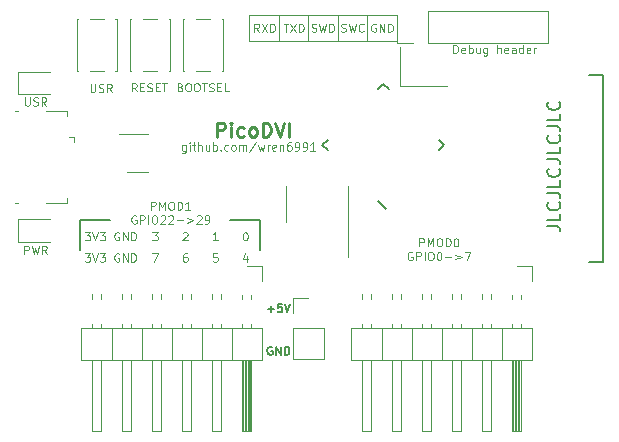
<source format=gbr>
G04 #@! TF.GenerationSoftware,KiCad,Pcbnew,5.1.5+dfsg1-2build2*
G04 #@! TF.CreationDate,2020-11-18T17:14:58+00:00*
G04 #@! TF.ProjectId,picodvi,7069636f-6476-4692-9e6b-696361645f70,rev?*
G04 #@! TF.SameCoordinates,Original*
G04 #@! TF.FileFunction,Legend,Top*
G04 #@! TF.FilePolarity,Positive*
%FSLAX46Y46*%
G04 Gerber Fmt 4.6, Leading zero omitted, Abs format (unit mm)*
G04 Created by KiCad (PCBNEW 5.1.5+dfsg1-2build2) date 2020-11-18 17:14:58*
%MOMM*%
%LPD*%
G04 APERTURE LIST*
%ADD10C,0.120000*%
%ADD11C,0.100000*%
%ADD12C,0.150000*%
%ADD13C,0.250000*%
%ADD14C,0.200000*%
G04 APERTURE END LIST*
D10*
X237183333Y-88716666D02*
X237183333Y-88016666D01*
X237350000Y-88016666D01*
X237450000Y-88050000D01*
X237516666Y-88116666D01*
X237550000Y-88183333D01*
X237583333Y-88316666D01*
X237583333Y-88416666D01*
X237550000Y-88550000D01*
X237516666Y-88616666D01*
X237450000Y-88683333D01*
X237350000Y-88716666D01*
X237183333Y-88716666D01*
X238150000Y-88683333D02*
X238083333Y-88716666D01*
X237950000Y-88716666D01*
X237883333Y-88683333D01*
X237850000Y-88616666D01*
X237850000Y-88350000D01*
X237883333Y-88283333D01*
X237950000Y-88250000D01*
X238083333Y-88250000D01*
X238150000Y-88283333D01*
X238183333Y-88350000D01*
X238183333Y-88416666D01*
X237850000Y-88483333D01*
X238483333Y-88716666D02*
X238483333Y-88016666D01*
X238483333Y-88283333D02*
X238550000Y-88250000D01*
X238683333Y-88250000D01*
X238750000Y-88283333D01*
X238783333Y-88316666D01*
X238816666Y-88383333D01*
X238816666Y-88583333D01*
X238783333Y-88650000D01*
X238750000Y-88683333D01*
X238683333Y-88716666D01*
X238550000Y-88716666D01*
X238483333Y-88683333D01*
X239416666Y-88250000D02*
X239416666Y-88716666D01*
X239116666Y-88250000D02*
X239116666Y-88616666D01*
X239150000Y-88683333D01*
X239216666Y-88716666D01*
X239316666Y-88716666D01*
X239383333Y-88683333D01*
X239416666Y-88650000D01*
X240050000Y-88250000D02*
X240050000Y-88816666D01*
X240016666Y-88883333D01*
X239983333Y-88916666D01*
X239916666Y-88950000D01*
X239816666Y-88950000D01*
X239750000Y-88916666D01*
X240050000Y-88683333D02*
X239983333Y-88716666D01*
X239850000Y-88716666D01*
X239783333Y-88683333D01*
X239750000Y-88650000D01*
X239716666Y-88583333D01*
X239716666Y-88383333D01*
X239750000Y-88316666D01*
X239783333Y-88283333D01*
X239850000Y-88250000D01*
X239983333Y-88250000D01*
X240050000Y-88283333D01*
X240916666Y-88716666D02*
X240916666Y-88016666D01*
X241216666Y-88716666D02*
X241216666Y-88350000D01*
X241183333Y-88283333D01*
X241116666Y-88250000D01*
X241016666Y-88250000D01*
X240950000Y-88283333D01*
X240916666Y-88316666D01*
X241816666Y-88683333D02*
X241750000Y-88716666D01*
X241616666Y-88716666D01*
X241550000Y-88683333D01*
X241516666Y-88616666D01*
X241516666Y-88350000D01*
X241550000Y-88283333D01*
X241616666Y-88250000D01*
X241750000Y-88250000D01*
X241816666Y-88283333D01*
X241850000Y-88350000D01*
X241850000Y-88416666D01*
X241516666Y-88483333D01*
X242450000Y-88716666D02*
X242450000Y-88350000D01*
X242416666Y-88283333D01*
X242350000Y-88250000D01*
X242216666Y-88250000D01*
X242150000Y-88283333D01*
X242450000Y-88683333D02*
X242383333Y-88716666D01*
X242216666Y-88716666D01*
X242150000Y-88683333D01*
X242116666Y-88616666D01*
X242116666Y-88550000D01*
X242150000Y-88483333D01*
X242216666Y-88450000D01*
X242383333Y-88450000D01*
X242450000Y-88416666D01*
X243083333Y-88716666D02*
X243083333Y-88016666D01*
X243083333Y-88683333D02*
X243016666Y-88716666D01*
X242883333Y-88716666D01*
X242816666Y-88683333D01*
X242783333Y-88650000D01*
X242750000Y-88583333D01*
X242750000Y-88383333D01*
X242783333Y-88316666D01*
X242816666Y-88283333D01*
X242883333Y-88250000D01*
X243016666Y-88250000D01*
X243083333Y-88283333D01*
X243683333Y-88683333D02*
X243616666Y-88716666D01*
X243483333Y-88716666D01*
X243416666Y-88683333D01*
X243383333Y-88616666D01*
X243383333Y-88350000D01*
X243416666Y-88283333D01*
X243483333Y-88250000D01*
X243616666Y-88250000D01*
X243683333Y-88283333D01*
X243716666Y-88350000D01*
X243716666Y-88416666D01*
X243383333Y-88483333D01*
X244016666Y-88716666D02*
X244016666Y-88250000D01*
X244016666Y-88383333D02*
X244050000Y-88316666D01*
X244083333Y-88283333D01*
X244150000Y-88250000D01*
X244216666Y-88250000D01*
X219900000Y-85450000D02*
X232400000Y-85450000D01*
X219900000Y-87700000D02*
X219900000Y-85450000D01*
X220733333Y-86916666D02*
X220500000Y-86583333D01*
X220333333Y-86916666D02*
X220333333Y-86216666D01*
X220600000Y-86216666D01*
X220666666Y-86250000D01*
X220700000Y-86283333D01*
X220733333Y-86350000D01*
X220733333Y-86450000D01*
X220700000Y-86516666D01*
X220666666Y-86550000D01*
X220600000Y-86583333D01*
X220333333Y-86583333D01*
X220966666Y-86216666D02*
X221433333Y-86916666D01*
X221433333Y-86216666D02*
X220966666Y-86916666D01*
X221700000Y-86916666D02*
X221700000Y-86216666D01*
X221866666Y-86216666D01*
X221966666Y-86250000D01*
X222033333Y-86316666D01*
X222066666Y-86383333D01*
X222100000Y-86516666D01*
X222100000Y-86616666D01*
X222066666Y-86750000D01*
X222033333Y-86816666D01*
X221966666Y-86883333D01*
X221866666Y-86916666D01*
X221700000Y-86916666D01*
X222400000Y-85450000D02*
X222400000Y-87700000D01*
X232400000Y-87700000D02*
X219900000Y-87700000D01*
X224900000Y-85450000D02*
X224900000Y-87700000D01*
X222816666Y-86216666D02*
X223216666Y-86216666D01*
X223016666Y-86916666D02*
X223016666Y-86216666D01*
X223383333Y-86216666D02*
X223850000Y-86916666D01*
X223850000Y-86216666D02*
X223383333Y-86916666D01*
X224116666Y-86916666D02*
X224116666Y-86216666D01*
X224283333Y-86216666D01*
X224383333Y-86250000D01*
X224450000Y-86316666D01*
X224483333Y-86383333D01*
X224516666Y-86516666D01*
X224516666Y-86616666D01*
X224483333Y-86750000D01*
X224450000Y-86816666D01*
X224383333Y-86883333D01*
X224283333Y-86916666D01*
X224116666Y-86916666D01*
X227400000Y-85450000D02*
X227400000Y-87700000D01*
X225200000Y-86883333D02*
X225300000Y-86916666D01*
X225466666Y-86916666D01*
X225533333Y-86883333D01*
X225566666Y-86850000D01*
X225600000Y-86783333D01*
X225600000Y-86716666D01*
X225566666Y-86650000D01*
X225533333Y-86616666D01*
X225466666Y-86583333D01*
X225333333Y-86550000D01*
X225266666Y-86516666D01*
X225233333Y-86483333D01*
X225200000Y-86416666D01*
X225200000Y-86350000D01*
X225233333Y-86283333D01*
X225266666Y-86250000D01*
X225333333Y-86216666D01*
X225500000Y-86216666D01*
X225600000Y-86250000D01*
X225833333Y-86216666D02*
X226000000Y-86916666D01*
X226133333Y-86416666D01*
X226266666Y-86916666D01*
X226433333Y-86216666D01*
X226700000Y-86916666D02*
X226700000Y-86216666D01*
X226866666Y-86216666D01*
X226966666Y-86250000D01*
X227033333Y-86316666D01*
X227066666Y-86383333D01*
X227100000Y-86516666D01*
X227100000Y-86616666D01*
X227066666Y-86750000D01*
X227033333Y-86816666D01*
X226966666Y-86883333D01*
X226866666Y-86916666D01*
X226700000Y-86916666D01*
X229900000Y-85450000D02*
X229900000Y-87700000D01*
X227700000Y-86883333D02*
X227800000Y-86916666D01*
X227966666Y-86916666D01*
X228033333Y-86883333D01*
X228066666Y-86850000D01*
X228100000Y-86783333D01*
X228100000Y-86716666D01*
X228066666Y-86650000D01*
X228033333Y-86616666D01*
X227966666Y-86583333D01*
X227833333Y-86550000D01*
X227766666Y-86516666D01*
X227733333Y-86483333D01*
X227700000Y-86416666D01*
X227700000Y-86350000D01*
X227733333Y-86283333D01*
X227766666Y-86250000D01*
X227833333Y-86216666D01*
X228000000Y-86216666D01*
X228100000Y-86250000D01*
X228333333Y-86216666D02*
X228500000Y-86916666D01*
X228633333Y-86416666D01*
X228766666Y-86916666D01*
X228933333Y-86216666D01*
X229600000Y-86850000D02*
X229566666Y-86883333D01*
X229466666Y-86916666D01*
X229400000Y-86916666D01*
X229300000Y-86883333D01*
X229233333Y-86816666D01*
X229200000Y-86750000D01*
X229166666Y-86616666D01*
X229166666Y-86516666D01*
X229200000Y-86383333D01*
X229233333Y-86316666D01*
X229300000Y-86250000D01*
X229400000Y-86216666D01*
X229466666Y-86216666D01*
X229566666Y-86250000D01*
X229600000Y-86283333D01*
X232400000Y-85450000D02*
X232400000Y-87700000D01*
X230616666Y-86250000D02*
X230550000Y-86216666D01*
X230450000Y-86216666D01*
X230350000Y-86250000D01*
X230283333Y-86316666D01*
X230250000Y-86383333D01*
X230216666Y-86516666D01*
X230216666Y-86616666D01*
X230250000Y-86750000D01*
X230283333Y-86816666D01*
X230350000Y-86883333D01*
X230450000Y-86916666D01*
X230516666Y-86916666D01*
X230616666Y-86883333D01*
X230650000Y-86850000D01*
X230650000Y-86616666D01*
X230516666Y-86616666D01*
X230950000Y-86916666D02*
X230950000Y-86216666D01*
X231350000Y-86916666D01*
X231350000Y-86216666D01*
X231683333Y-86916666D02*
X231683333Y-86216666D01*
X231850000Y-86216666D01*
X231950000Y-86250000D01*
X232016666Y-86316666D01*
X232050000Y-86383333D01*
X232083333Y-86516666D01*
X232083333Y-86616666D01*
X232050000Y-86750000D01*
X232016666Y-86816666D01*
X231950000Y-86883333D01*
X231850000Y-86916666D01*
X231683333Y-86916666D01*
D11*
X200919666Y-92453666D02*
X200919666Y-93020333D01*
X200953000Y-93087000D01*
X200986333Y-93120333D01*
X201053000Y-93153666D01*
X201186333Y-93153666D01*
X201253000Y-93120333D01*
X201286333Y-93087000D01*
X201319666Y-93020333D01*
X201319666Y-92453666D01*
X201619666Y-93120333D02*
X201719666Y-93153666D01*
X201886333Y-93153666D01*
X201953000Y-93120333D01*
X201986333Y-93087000D01*
X202019666Y-93020333D01*
X202019666Y-92953666D01*
X201986333Y-92887000D01*
X201953000Y-92853666D01*
X201886333Y-92820333D01*
X201753000Y-92787000D01*
X201686333Y-92753666D01*
X201653000Y-92720333D01*
X201619666Y-92653666D01*
X201619666Y-92587000D01*
X201653000Y-92520333D01*
X201686333Y-92487000D01*
X201753000Y-92453666D01*
X201919666Y-92453666D01*
X202019666Y-92487000D01*
X202719666Y-93153666D02*
X202486333Y-92820333D01*
X202319666Y-93153666D02*
X202319666Y-92453666D01*
X202586333Y-92453666D01*
X202653000Y-92487000D01*
X202686333Y-92520333D01*
X202719666Y-92587000D01*
X202719666Y-92687000D01*
X202686333Y-92753666D01*
X202653000Y-92787000D01*
X202586333Y-92820333D01*
X202319666Y-92820333D01*
X200869666Y-105726666D02*
X200869666Y-105026666D01*
X201136333Y-105026666D01*
X201203000Y-105060000D01*
X201236333Y-105093333D01*
X201269666Y-105160000D01*
X201269666Y-105260000D01*
X201236333Y-105326666D01*
X201203000Y-105360000D01*
X201136333Y-105393333D01*
X200869666Y-105393333D01*
X201503000Y-105026666D02*
X201669666Y-105726666D01*
X201803000Y-105226666D01*
X201936333Y-105726666D01*
X202103000Y-105026666D01*
X202769666Y-105726666D02*
X202536333Y-105393333D01*
X202369666Y-105726666D02*
X202369666Y-105026666D01*
X202636333Y-105026666D01*
X202703000Y-105060000D01*
X202736333Y-105093333D01*
X202769666Y-105160000D01*
X202769666Y-105260000D01*
X202736333Y-105326666D01*
X202703000Y-105360000D01*
X202636333Y-105393333D01*
X202369666Y-105393333D01*
X214066666Y-91600000D02*
X214166666Y-91633333D01*
X214200000Y-91666666D01*
X214233333Y-91733333D01*
X214233333Y-91833333D01*
X214200000Y-91900000D01*
X214166666Y-91933333D01*
X214100000Y-91966666D01*
X213833333Y-91966666D01*
X213833333Y-91266666D01*
X214066666Y-91266666D01*
X214133333Y-91300000D01*
X214166666Y-91333333D01*
X214200000Y-91400000D01*
X214200000Y-91466666D01*
X214166666Y-91533333D01*
X214133333Y-91566666D01*
X214066666Y-91600000D01*
X213833333Y-91600000D01*
X214666666Y-91266666D02*
X214800000Y-91266666D01*
X214866666Y-91300000D01*
X214933333Y-91366666D01*
X214966666Y-91500000D01*
X214966666Y-91733333D01*
X214933333Y-91866666D01*
X214866666Y-91933333D01*
X214800000Y-91966666D01*
X214666666Y-91966666D01*
X214600000Y-91933333D01*
X214533333Y-91866666D01*
X214500000Y-91733333D01*
X214500000Y-91500000D01*
X214533333Y-91366666D01*
X214600000Y-91300000D01*
X214666666Y-91266666D01*
X215400000Y-91266666D02*
X215533333Y-91266666D01*
X215600000Y-91300000D01*
X215666666Y-91366666D01*
X215700000Y-91500000D01*
X215700000Y-91733333D01*
X215666666Y-91866666D01*
X215600000Y-91933333D01*
X215533333Y-91966666D01*
X215400000Y-91966666D01*
X215333333Y-91933333D01*
X215266666Y-91866666D01*
X215233333Y-91733333D01*
X215233333Y-91500000D01*
X215266666Y-91366666D01*
X215333333Y-91300000D01*
X215400000Y-91266666D01*
X215900000Y-91266666D02*
X216300000Y-91266666D01*
X216100000Y-91966666D02*
X216100000Y-91266666D01*
X216500000Y-91933333D02*
X216600000Y-91966666D01*
X216766666Y-91966666D01*
X216833333Y-91933333D01*
X216866666Y-91900000D01*
X216900000Y-91833333D01*
X216900000Y-91766666D01*
X216866666Y-91700000D01*
X216833333Y-91666666D01*
X216766666Y-91633333D01*
X216633333Y-91600000D01*
X216566666Y-91566666D01*
X216533333Y-91533333D01*
X216500000Y-91466666D01*
X216500000Y-91400000D01*
X216533333Y-91333333D01*
X216566666Y-91300000D01*
X216633333Y-91266666D01*
X216800000Y-91266666D01*
X216900000Y-91300000D01*
X217200000Y-91600000D02*
X217433333Y-91600000D01*
X217533333Y-91966666D02*
X217200000Y-91966666D01*
X217200000Y-91266666D01*
X217533333Y-91266666D01*
X218166666Y-91966666D02*
X217833333Y-91966666D01*
X217833333Y-91266666D01*
X210383333Y-91966666D02*
X210150000Y-91633333D01*
X209983333Y-91966666D02*
X209983333Y-91266666D01*
X210250000Y-91266666D01*
X210316666Y-91300000D01*
X210350000Y-91333333D01*
X210383333Y-91400000D01*
X210383333Y-91500000D01*
X210350000Y-91566666D01*
X210316666Y-91600000D01*
X210250000Y-91633333D01*
X209983333Y-91633333D01*
X210683333Y-91600000D02*
X210916666Y-91600000D01*
X211016666Y-91966666D02*
X210683333Y-91966666D01*
X210683333Y-91266666D01*
X211016666Y-91266666D01*
X211283333Y-91933333D02*
X211383333Y-91966666D01*
X211550000Y-91966666D01*
X211616666Y-91933333D01*
X211650000Y-91900000D01*
X211683333Y-91833333D01*
X211683333Y-91766666D01*
X211650000Y-91700000D01*
X211616666Y-91666666D01*
X211550000Y-91633333D01*
X211416666Y-91600000D01*
X211350000Y-91566666D01*
X211316666Y-91533333D01*
X211283333Y-91466666D01*
X211283333Y-91400000D01*
X211316666Y-91333333D01*
X211350000Y-91300000D01*
X211416666Y-91266666D01*
X211583333Y-91266666D01*
X211683333Y-91300000D01*
X211983333Y-91600000D02*
X212216666Y-91600000D01*
X212316666Y-91966666D02*
X211983333Y-91966666D01*
X211983333Y-91266666D01*
X212316666Y-91266666D01*
X212516666Y-91266666D02*
X212916666Y-91266666D01*
X212716666Y-91966666D02*
X212716666Y-91266666D01*
X206466666Y-91316666D02*
X206466666Y-91883333D01*
X206500000Y-91950000D01*
X206533333Y-91983333D01*
X206600000Y-92016666D01*
X206733333Y-92016666D01*
X206800000Y-91983333D01*
X206833333Y-91950000D01*
X206866666Y-91883333D01*
X206866666Y-91316666D01*
X207166666Y-91983333D02*
X207266666Y-92016666D01*
X207433333Y-92016666D01*
X207500000Y-91983333D01*
X207533333Y-91950000D01*
X207566666Y-91883333D01*
X207566666Y-91816666D01*
X207533333Y-91750000D01*
X207500000Y-91716666D01*
X207433333Y-91683333D01*
X207300000Y-91650000D01*
X207233333Y-91616666D01*
X207200000Y-91583333D01*
X207166666Y-91516666D01*
X207166666Y-91450000D01*
X207200000Y-91383333D01*
X207233333Y-91350000D01*
X207300000Y-91316666D01*
X207466666Y-91316666D01*
X207566666Y-91350000D01*
X208266666Y-92016666D02*
X208033333Y-91683333D01*
X207866666Y-92016666D02*
X207866666Y-91316666D01*
X208133333Y-91316666D01*
X208200000Y-91350000D01*
X208233333Y-91383333D01*
X208266666Y-91450000D01*
X208266666Y-91550000D01*
X208233333Y-91616666D01*
X208200000Y-91650000D01*
X208133333Y-91683333D01*
X207866666Y-91683333D01*
D12*
X221477000Y-110391000D02*
X222010333Y-110391000D01*
X221743666Y-110657666D02*
X221743666Y-110124333D01*
X222677000Y-109957666D02*
X222343666Y-109957666D01*
X222310333Y-110291000D01*
X222343666Y-110257666D01*
X222410333Y-110224333D01*
X222577000Y-110224333D01*
X222643666Y-110257666D01*
X222677000Y-110291000D01*
X222710333Y-110357666D01*
X222710333Y-110524333D01*
X222677000Y-110591000D01*
X222643666Y-110624333D01*
X222577000Y-110657666D01*
X222410333Y-110657666D01*
X222343666Y-110624333D01*
X222310333Y-110591000D01*
X222910333Y-109957666D02*
X223143666Y-110657666D01*
X223377000Y-109957666D01*
X221843666Y-113591000D02*
X221777000Y-113557666D01*
X221677000Y-113557666D01*
X221577000Y-113591000D01*
X221510333Y-113657666D01*
X221477000Y-113724333D01*
X221443666Y-113857666D01*
X221443666Y-113957666D01*
X221477000Y-114091000D01*
X221510333Y-114157666D01*
X221577000Y-114224333D01*
X221677000Y-114257666D01*
X221743666Y-114257666D01*
X221843666Y-114224333D01*
X221877000Y-114191000D01*
X221877000Y-113957666D01*
X221743666Y-113957666D01*
X222177000Y-114257666D02*
X222177000Y-113557666D01*
X222577000Y-114257666D01*
X222577000Y-113557666D01*
X222910333Y-114257666D02*
X222910333Y-113557666D01*
X223077000Y-113557666D01*
X223177000Y-113591000D01*
X223243666Y-113657666D01*
X223277000Y-113724333D01*
X223310333Y-113857666D01*
X223310333Y-113957666D01*
X223277000Y-114091000D01*
X223243666Y-114157666D01*
X223177000Y-114224333D01*
X223077000Y-114257666D01*
X222910333Y-114257666D01*
X245142619Y-103378952D02*
X245928333Y-103378952D01*
X246085476Y-103431333D01*
X246190238Y-103536095D01*
X246242619Y-103693238D01*
X246242619Y-103798000D01*
X246242619Y-102331333D02*
X246242619Y-102855142D01*
X245142619Y-102855142D01*
X246137857Y-101336095D02*
X246190238Y-101388476D01*
X246242619Y-101545619D01*
X246242619Y-101650380D01*
X246190238Y-101807523D01*
X246085476Y-101912285D01*
X245980714Y-101964666D01*
X245771190Y-102017047D01*
X245614047Y-102017047D01*
X245404523Y-101964666D01*
X245299761Y-101912285D01*
X245195000Y-101807523D01*
X245142619Y-101650380D01*
X245142619Y-101545619D01*
X245195000Y-101388476D01*
X245247380Y-101336095D01*
X245142619Y-100550380D02*
X245928333Y-100550380D01*
X246085476Y-100602761D01*
X246190238Y-100707523D01*
X246242619Y-100864666D01*
X246242619Y-100969428D01*
X246242619Y-99502761D02*
X246242619Y-100026571D01*
X245142619Y-100026571D01*
X246137857Y-98507523D02*
X246190238Y-98559904D01*
X246242619Y-98717047D01*
X246242619Y-98821809D01*
X246190238Y-98978952D01*
X246085476Y-99083714D01*
X245980714Y-99136095D01*
X245771190Y-99188476D01*
X245614047Y-99188476D01*
X245404523Y-99136095D01*
X245299761Y-99083714D01*
X245195000Y-98978952D01*
X245142619Y-98821809D01*
X245142619Y-98717047D01*
X245195000Y-98559904D01*
X245247380Y-98507523D01*
X245142619Y-97721809D02*
X245928333Y-97721809D01*
X246085476Y-97774190D01*
X246190238Y-97878952D01*
X246242619Y-98036095D01*
X246242619Y-98140857D01*
X246242619Y-96674190D02*
X246242619Y-97198000D01*
X245142619Y-97198000D01*
X246137857Y-95678952D02*
X246190238Y-95731333D01*
X246242619Y-95888476D01*
X246242619Y-95993238D01*
X246190238Y-96150380D01*
X246085476Y-96255142D01*
X245980714Y-96307523D01*
X245771190Y-96359904D01*
X245614047Y-96359904D01*
X245404523Y-96307523D01*
X245299761Y-96255142D01*
X245195000Y-96150380D01*
X245142619Y-95993238D01*
X245142619Y-95888476D01*
X245195000Y-95731333D01*
X245247380Y-95678952D01*
X245142619Y-94893238D02*
X245928333Y-94893238D01*
X246085476Y-94945619D01*
X246190238Y-95050380D01*
X246242619Y-95207523D01*
X246242619Y-95312285D01*
X246242619Y-93845619D02*
X246242619Y-94369428D01*
X245142619Y-94369428D01*
X246137857Y-92850380D02*
X246190238Y-92902761D01*
X246242619Y-93059904D01*
X246242619Y-93164666D01*
X246190238Y-93321809D01*
X246085476Y-93426571D01*
X245980714Y-93478952D01*
X245771190Y-93531333D01*
X245614047Y-93531333D01*
X245404523Y-93478952D01*
X245299761Y-93426571D01*
X245195000Y-93321809D01*
X245142619Y-93164666D01*
X245142619Y-93059904D01*
X245195000Y-92902761D01*
X245247380Y-92850380D01*
D10*
X214520333Y-96497000D02*
X214520333Y-97063666D01*
X214487000Y-97130333D01*
X214453666Y-97163666D01*
X214387000Y-97197000D01*
X214287000Y-97197000D01*
X214220333Y-97163666D01*
X214520333Y-96930333D02*
X214453666Y-96963666D01*
X214320333Y-96963666D01*
X214253666Y-96930333D01*
X214220333Y-96897000D01*
X214187000Y-96830333D01*
X214187000Y-96630333D01*
X214220333Y-96563666D01*
X214253666Y-96530333D01*
X214320333Y-96497000D01*
X214453666Y-96497000D01*
X214520333Y-96530333D01*
X214853666Y-96963666D02*
X214853666Y-96497000D01*
X214853666Y-96263666D02*
X214820333Y-96297000D01*
X214853666Y-96330333D01*
X214887000Y-96297000D01*
X214853666Y-96263666D01*
X214853666Y-96330333D01*
X215087000Y-96497000D02*
X215353666Y-96497000D01*
X215187000Y-96263666D02*
X215187000Y-96863666D01*
X215220333Y-96930333D01*
X215287000Y-96963666D01*
X215353666Y-96963666D01*
X215587000Y-96963666D02*
X215587000Y-96263666D01*
X215887000Y-96963666D02*
X215887000Y-96597000D01*
X215853666Y-96530333D01*
X215787000Y-96497000D01*
X215687000Y-96497000D01*
X215620333Y-96530333D01*
X215587000Y-96563666D01*
X216520333Y-96497000D02*
X216520333Y-96963666D01*
X216220333Y-96497000D02*
X216220333Y-96863666D01*
X216253666Y-96930333D01*
X216320333Y-96963666D01*
X216420333Y-96963666D01*
X216487000Y-96930333D01*
X216520333Y-96897000D01*
X216853666Y-96963666D02*
X216853666Y-96263666D01*
X216853666Y-96530333D02*
X216920333Y-96497000D01*
X217053666Y-96497000D01*
X217120333Y-96530333D01*
X217153666Y-96563666D01*
X217187000Y-96630333D01*
X217187000Y-96830333D01*
X217153666Y-96897000D01*
X217120333Y-96930333D01*
X217053666Y-96963666D01*
X216920333Y-96963666D01*
X216853666Y-96930333D01*
X217487000Y-96897000D02*
X217520333Y-96930333D01*
X217487000Y-96963666D01*
X217453666Y-96930333D01*
X217487000Y-96897000D01*
X217487000Y-96963666D01*
X218120333Y-96930333D02*
X218053666Y-96963666D01*
X217920333Y-96963666D01*
X217853666Y-96930333D01*
X217820333Y-96897000D01*
X217787000Y-96830333D01*
X217787000Y-96630333D01*
X217820333Y-96563666D01*
X217853666Y-96530333D01*
X217920333Y-96497000D01*
X218053666Y-96497000D01*
X218120333Y-96530333D01*
X218520333Y-96963666D02*
X218453666Y-96930333D01*
X218420333Y-96897000D01*
X218387000Y-96830333D01*
X218387000Y-96630333D01*
X218420333Y-96563666D01*
X218453666Y-96530333D01*
X218520333Y-96497000D01*
X218620333Y-96497000D01*
X218687000Y-96530333D01*
X218720333Y-96563666D01*
X218753666Y-96630333D01*
X218753666Y-96830333D01*
X218720333Y-96897000D01*
X218687000Y-96930333D01*
X218620333Y-96963666D01*
X218520333Y-96963666D01*
X219053666Y-96963666D02*
X219053666Y-96497000D01*
X219053666Y-96563666D02*
X219087000Y-96530333D01*
X219153666Y-96497000D01*
X219253666Y-96497000D01*
X219320333Y-96530333D01*
X219353666Y-96597000D01*
X219353666Y-96963666D01*
X219353666Y-96597000D02*
X219387000Y-96530333D01*
X219453666Y-96497000D01*
X219553666Y-96497000D01*
X219620333Y-96530333D01*
X219653666Y-96597000D01*
X219653666Y-96963666D01*
X220487000Y-96230333D02*
X219887000Y-97130333D01*
X220653666Y-96497000D02*
X220787000Y-96963666D01*
X220920333Y-96630333D01*
X221053666Y-96963666D01*
X221187000Y-96497000D01*
X221453666Y-96963666D02*
X221453666Y-96497000D01*
X221453666Y-96630333D02*
X221487000Y-96563666D01*
X221520333Y-96530333D01*
X221587000Y-96497000D01*
X221653666Y-96497000D01*
X222153666Y-96930333D02*
X222087000Y-96963666D01*
X221953666Y-96963666D01*
X221887000Y-96930333D01*
X221853666Y-96863666D01*
X221853666Y-96597000D01*
X221887000Y-96530333D01*
X221953666Y-96497000D01*
X222087000Y-96497000D01*
X222153666Y-96530333D01*
X222187000Y-96597000D01*
X222187000Y-96663666D01*
X221853666Y-96730333D01*
X222487000Y-96497000D02*
X222487000Y-96963666D01*
X222487000Y-96563666D02*
X222520333Y-96530333D01*
X222587000Y-96497000D01*
X222687000Y-96497000D01*
X222753666Y-96530333D01*
X222787000Y-96597000D01*
X222787000Y-96963666D01*
X223420333Y-96263666D02*
X223287000Y-96263666D01*
X223220333Y-96297000D01*
X223187000Y-96330333D01*
X223120333Y-96430333D01*
X223087000Y-96563666D01*
X223087000Y-96830333D01*
X223120333Y-96897000D01*
X223153666Y-96930333D01*
X223220333Y-96963666D01*
X223353666Y-96963666D01*
X223420333Y-96930333D01*
X223453666Y-96897000D01*
X223487000Y-96830333D01*
X223487000Y-96663666D01*
X223453666Y-96597000D01*
X223420333Y-96563666D01*
X223353666Y-96530333D01*
X223220333Y-96530333D01*
X223153666Y-96563666D01*
X223120333Y-96597000D01*
X223087000Y-96663666D01*
X223820333Y-96963666D02*
X223953666Y-96963666D01*
X224020333Y-96930333D01*
X224053666Y-96897000D01*
X224120333Y-96797000D01*
X224153666Y-96663666D01*
X224153666Y-96397000D01*
X224120333Y-96330333D01*
X224087000Y-96297000D01*
X224020333Y-96263666D01*
X223887000Y-96263666D01*
X223820333Y-96297000D01*
X223787000Y-96330333D01*
X223753666Y-96397000D01*
X223753666Y-96563666D01*
X223787000Y-96630333D01*
X223820333Y-96663666D01*
X223887000Y-96697000D01*
X224020333Y-96697000D01*
X224087000Y-96663666D01*
X224120333Y-96630333D01*
X224153666Y-96563666D01*
X224487000Y-96963666D02*
X224620333Y-96963666D01*
X224687000Y-96930333D01*
X224720333Y-96897000D01*
X224787000Y-96797000D01*
X224820333Y-96663666D01*
X224820333Y-96397000D01*
X224787000Y-96330333D01*
X224753666Y-96297000D01*
X224687000Y-96263666D01*
X224553666Y-96263666D01*
X224487000Y-96297000D01*
X224453666Y-96330333D01*
X224420333Y-96397000D01*
X224420333Y-96563666D01*
X224453666Y-96630333D01*
X224487000Y-96663666D01*
X224553666Y-96697000D01*
X224687000Y-96697000D01*
X224753666Y-96663666D01*
X224787000Y-96630333D01*
X224820333Y-96563666D01*
X225487000Y-96963666D02*
X225087000Y-96963666D01*
X225287000Y-96963666D02*
X225287000Y-96263666D01*
X225220333Y-96363666D01*
X225153666Y-96430333D01*
X225087000Y-96463666D01*
D13*
X217160857Y-95792857D02*
X217160857Y-94592857D01*
X217618000Y-94592857D01*
X217732285Y-94650000D01*
X217789428Y-94707142D01*
X217846571Y-94821428D01*
X217846571Y-94992857D01*
X217789428Y-95107142D01*
X217732285Y-95164285D01*
X217618000Y-95221428D01*
X217160857Y-95221428D01*
X218360857Y-95792857D02*
X218360857Y-94992857D01*
X218360857Y-94592857D02*
X218303714Y-94650000D01*
X218360857Y-94707142D01*
X218418000Y-94650000D01*
X218360857Y-94592857D01*
X218360857Y-94707142D01*
X219446571Y-95735714D02*
X219332285Y-95792857D01*
X219103714Y-95792857D01*
X218989428Y-95735714D01*
X218932285Y-95678571D01*
X218875142Y-95564285D01*
X218875142Y-95221428D01*
X218932285Y-95107142D01*
X218989428Y-95050000D01*
X219103714Y-94992857D01*
X219332285Y-94992857D01*
X219446571Y-95050000D01*
X220132285Y-95792857D02*
X220018000Y-95735714D01*
X219960857Y-95678571D01*
X219903714Y-95564285D01*
X219903714Y-95221428D01*
X219960857Y-95107142D01*
X220018000Y-95050000D01*
X220132285Y-94992857D01*
X220303714Y-94992857D01*
X220418000Y-95050000D01*
X220475142Y-95107142D01*
X220532285Y-95221428D01*
X220532285Y-95564285D01*
X220475142Y-95678571D01*
X220418000Y-95735714D01*
X220303714Y-95792857D01*
X220132285Y-95792857D01*
X221046571Y-95792857D02*
X221046571Y-94592857D01*
X221332285Y-94592857D01*
X221503714Y-94650000D01*
X221618000Y-94764285D01*
X221675142Y-94878571D01*
X221732285Y-95107142D01*
X221732285Y-95278571D01*
X221675142Y-95507142D01*
X221618000Y-95621428D01*
X221503714Y-95735714D01*
X221332285Y-95792857D01*
X221046571Y-95792857D01*
X222075142Y-94592857D02*
X222475142Y-95792857D01*
X222875142Y-94592857D01*
X223275142Y-95792857D02*
X223275142Y-94592857D01*
D10*
X234316666Y-105081666D02*
X234316666Y-104381666D01*
X234583333Y-104381666D01*
X234650000Y-104415000D01*
X234683333Y-104448333D01*
X234716666Y-104515000D01*
X234716666Y-104615000D01*
X234683333Y-104681666D01*
X234650000Y-104715000D01*
X234583333Y-104748333D01*
X234316666Y-104748333D01*
X235016666Y-105081666D02*
X235016666Y-104381666D01*
X235250000Y-104881666D01*
X235483333Y-104381666D01*
X235483333Y-105081666D01*
X235950000Y-104381666D02*
X236083333Y-104381666D01*
X236150000Y-104415000D01*
X236216666Y-104481666D01*
X236250000Y-104615000D01*
X236250000Y-104848333D01*
X236216666Y-104981666D01*
X236150000Y-105048333D01*
X236083333Y-105081666D01*
X235950000Y-105081666D01*
X235883333Y-105048333D01*
X235816666Y-104981666D01*
X235783333Y-104848333D01*
X235783333Y-104615000D01*
X235816666Y-104481666D01*
X235883333Y-104415000D01*
X235950000Y-104381666D01*
X236550000Y-105081666D02*
X236550000Y-104381666D01*
X236716666Y-104381666D01*
X236816666Y-104415000D01*
X236883333Y-104481666D01*
X236916666Y-104548333D01*
X236950000Y-104681666D01*
X236950000Y-104781666D01*
X236916666Y-104915000D01*
X236883333Y-104981666D01*
X236816666Y-105048333D01*
X236716666Y-105081666D01*
X236550000Y-105081666D01*
X237383333Y-104381666D02*
X237450000Y-104381666D01*
X237516666Y-104415000D01*
X237550000Y-104448333D01*
X237583333Y-104515000D01*
X237616666Y-104648333D01*
X237616666Y-104815000D01*
X237583333Y-104948333D01*
X237550000Y-105015000D01*
X237516666Y-105048333D01*
X237450000Y-105081666D01*
X237383333Y-105081666D01*
X237316666Y-105048333D01*
X237283333Y-105015000D01*
X237250000Y-104948333D01*
X237216666Y-104815000D01*
X237216666Y-104648333D01*
X237250000Y-104515000D01*
X237283333Y-104448333D01*
X237316666Y-104415000D01*
X237383333Y-104381666D01*
X233716666Y-105585000D02*
X233650000Y-105551666D01*
X233550000Y-105551666D01*
X233450000Y-105585000D01*
X233383333Y-105651666D01*
X233350000Y-105718333D01*
X233316666Y-105851666D01*
X233316666Y-105951666D01*
X233350000Y-106085000D01*
X233383333Y-106151666D01*
X233450000Y-106218333D01*
X233550000Y-106251666D01*
X233616666Y-106251666D01*
X233716666Y-106218333D01*
X233750000Y-106185000D01*
X233750000Y-105951666D01*
X233616666Y-105951666D01*
X234050000Y-106251666D02*
X234050000Y-105551666D01*
X234316666Y-105551666D01*
X234383333Y-105585000D01*
X234416666Y-105618333D01*
X234450000Y-105685000D01*
X234450000Y-105785000D01*
X234416666Y-105851666D01*
X234383333Y-105885000D01*
X234316666Y-105918333D01*
X234050000Y-105918333D01*
X234750000Y-106251666D02*
X234750000Y-105551666D01*
X235216666Y-105551666D02*
X235350000Y-105551666D01*
X235416666Y-105585000D01*
X235483333Y-105651666D01*
X235516666Y-105785000D01*
X235516666Y-106018333D01*
X235483333Y-106151666D01*
X235416666Y-106218333D01*
X235350000Y-106251666D01*
X235216666Y-106251666D01*
X235150000Y-106218333D01*
X235083333Y-106151666D01*
X235050000Y-106018333D01*
X235050000Y-105785000D01*
X235083333Y-105651666D01*
X235150000Y-105585000D01*
X235216666Y-105551666D01*
X235950000Y-105551666D02*
X236016666Y-105551666D01*
X236083333Y-105585000D01*
X236116666Y-105618333D01*
X236150000Y-105685000D01*
X236183333Y-105818333D01*
X236183333Y-105985000D01*
X236150000Y-106118333D01*
X236116666Y-106185000D01*
X236083333Y-106218333D01*
X236016666Y-106251666D01*
X235950000Y-106251666D01*
X235883333Y-106218333D01*
X235850000Y-106185000D01*
X235816666Y-106118333D01*
X235783333Y-105985000D01*
X235783333Y-105818333D01*
X235816666Y-105685000D01*
X235850000Y-105618333D01*
X235883333Y-105585000D01*
X235950000Y-105551666D01*
X236483333Y-105985000D02*
X237016666Y-105985000D01*
X237350000Y-105785000D02*
X237883333Y-105985000D01*
X237350000Y-106185000D01*
X238150000Y-105551666D02*
X238616666Y-105551666D01*
X238316666Y-106251666D01*
X211599666Y-101981666D02*
X211599666Y-101281666D01*
X211866333Y-101281666D01*
X211933000Y-101315000D01*
X211966333Y-101348333D01*
X211999666Y-101415000D01*
X211999666Y-101515000D01*
X211966333Y-101581666D01*
X211933000Y-101615000D01*
X211866333Y-101648333D01*
X211599666Y-101648333D01*
X212299666Y-101981666D02*
X212299666Y-101281666D01*
X212533000Y-101781666D01*
X212766333Y-101281666D01*
X212766333Y-101981666D01*
X213233000Y-101281666D02*
X213366333Y-101281666D01*
X213433000Y-101315000D01*
X213499666Y-101381666D01*
X213533000Y-101515000D01*
X213533000Y-101748333D01*
X213499666Y-101881666D01*
X213433000Y-101948333D01*
X213366333Y-101981666D01*
X213233000Y-101981666D01*
X213166333Y-101948333D01*
X213099666Y-101881666D01*
X213066333Y-101748333D01*
X213066333Y-101515000D01*
X213099666Y-101381666D01*
X213166333Y-101315000D01*
X213233000Y-101281666D01*
X213833000Y-101981666D02*
X213833000Y-101281666D01*
X213999666Y-101281666D01*
X214099666Y-101315000D01*
X214166333Y-101381666D01*
X214199666Y-101448333D01*
X214233000Y-101581666D01*
X214233000Y-101681666D01*
X214199666Y-101815000D01*
X214166333Y-101881666D01*
X214099666Y-101948333D01*
X213999666Y-101981666D01*
X213833000Y-101981666D01*
X214899666Y-101981666D02*
X214499666Y-101981666D01*
X214699666Y-101981666D02*
X214699666Y-101281666D01*
X214633000Y-101381666D01*
X214566333Y-101448333D01*
X214499666Y-101481666D01*
X210333000Y-102485000D02*
X210266333Y-102451666D01*
X210166333Y-102451666D01*
X210066333Y-102485000D01*
X209999666Y-102551666D01*
X209966333Y-102618333D01*
X209933000Y-102751666D01*
X209933000Y-102851666D01*
X209966333Y-102985000D01*
X209999666Y-103051666D01*
X210066333Y-103118333D01*
X210166333Y-103151666D01*
X210233000Y-103151666D01*
X210333000Y-103118333D01*
X210366333Y-103085000D01*
X210366333Y-102851666D01*
X210233000Y-102851666D01*
X210666333Y-103151666D02*
X210666333Y-102451666D01*
X210933000Y-102451666D01*
X210999666Y-102485000D01*
X211033000Y-102518333D01*
X211066333Y-102585000D01*
X211066333Y-102685000D01*
X211033000Y-102751666D01*
X210999666Y-102785000D01*
X210933000Y-102818333D01*
X210666333Y-102818333D01*
X211366333Y-103151666D02*
X211366333Y-102451666D01*
X211833000Y-102451666D02*
X211966333Y-102451666D01*
X212033000Y-102485000D01*
X212099666Y-102551666D01*
X212133000Y-102685000D01*
X212133000Y-102918333D01*
X212099666Y-103051666D01*
X212033000Y-103118333D01*
X211966333Y-103151666D01*
X211833000Y-103151666D01*
X211766333Y-103118333D01*
X211699666Y-103051666D01*
X211666333Y-102918333D01*
X211666333Y-102685000D01*
X211699666Y-102551666D01*
X211766333Y-102485000D01*
X211833000Y-102451666D01*
X212399666Y-102518333D02*
X212433000Y-102485000D01*
X212499666Y-102451666D01*
X212666333Y-102451666D01*
X212733000Y-102485000D01*
X212766333Y-102518333D01*
X212799666Y-102585000D01*
X212799666Y-102651666D01*
X212766333Y-102751666D01*
X212366333Y-103151666D01*
X212799666Y-103151666D01*
X213066333Y-102518333D02*
X213099666Y-102485000D01*
X213166333Y-102451666D01*
X213333000Y-102451666D01*
X213399666Y-102485000D01*
X213433000Y-102518333D01*
X213466333Y-102585000D01*
X213466333Y-102651666D01*
X213433000Y-102751666D01*
X213033000Y-103151666D01*
X213466333Y-103151666D01*
X213766333Y-102885000D02*
X214299666Y-102885000D01*
X214633000Y-102685000D02*
X215166333Y-102885000D01*
X214633000Y-103085000D01*
X215466333Y-102518333D02*
X215499666Y-102485000D01*
X215566333Y-102451666D01*
X215733000Y-102451666D01*
X215799666Y-102485000D01*
X215833000Y-102518333D01*
X215866333Y-102585000D01*
X215866333Y-102651666D01*
X215833000Y-102751666D01*
X215433000Y-103151666D01*
X215866333Y-103151666D01*
X216199666Y-103151666D02*
X216333000Y-103151666D01*
X216399666Y-103118333D01*
X216433000Y-103085000D01*
X216499666Y-102985000D01*
X216533000Y-102851666D01*
X216533000Y-102585000D01*
X216499666Y-102518333D01*
X216466333Y-102485000D01*
X216399666Y-102451666D01*
X216266333Y-102451666D01*
X216199666Y-102485000D01*
X216166333Y-102518333D01*
X216133000Y-102585000D01*
X216133000Y-102751666D01*
X216166333Y-102818333D01*
X216199666Y-102851666D01*
X216266333Y-102885000D01*
X216399666Y-102885000D01*
X216466333Y-102851666D01*
X216499666Y-102818333D01*
X216533000Y-102751666D01*
D14*
X220834000Y-102883000D02*
X218294000Y-102883000D01*
X220834000Y-105423000D02*
X220834000Y-102883000D01*
X205594000Y-102883000D02*
X208134000Y-102883000D01*
X205594000Y-105423000D02*
X205594000Y-102883000D01*
D10*
X205997333Y-105674666D02*
X206430666Y-105674666D01*
X206197333Y-105941333D01*
X206297333Y-105941333D01*
X206364000Y-105974666D01*
X206397333Y-106008000D01*
X206430666Y-106074666D01*
X206430666Y-106241333D01*
X206397333Y-106308000D01*
X206364000Y-106341333D01*
X206297333Y-106374666D01*
X206097333Y-106374666D01*
X206030666Y-106341333D01*
X205997333Y-106308000D01*
X206630666Y-105674666D02*
X206864000Y-106374666D01*
X207097333Y-105674666D01*
X207264000Y-105674666D02*
X207697333Y-105674666D01*
X207464000Y-105941333D01*
X207564000Y-105941333D01*
X207630666Y-105974666D01*
X207664000Y-106008000D01*
X207697333Y-106074666D01*
X207697333Y-106241333D01*
X207664000Y-106308000D01*
X207630666Y-106341333D01*
X207564000Y-106374666D01*
X207364000Y-106374666D01*
X207297333Y-106341333D01*
X207264000Y-106308000D01*
X205997333Y-103874666D02*
X206430666Y-103874666D01*
X206197333Y-104141333D01*
X206297333Y-104141333D01*
X206364000Y-104174666D01*
X206397333Y-104208000D01*
X206430666Y-104274666D01*
X206430666Y-104441333D01*
X206397333Y-104508000D01*
X206364000Y-104541333D01*
X206297333Y-104574666D01*
X206097333Y-104574666D01*
X206030666Y-104541333D01*
X205997333Y-104508000D01*
X206630666Y-103874666D02*
X206864000Y-104574666D01*
X207097333Y-103874666D01*
X207264000Y-103874666D02*
X207697333Y-103874666D01*
X207464000Y-104141333D01*
X207564000Y-104141333D01*
X207630666Y-104174666D01*
X207664000Y-104208000D01*
X207697333Y-104274666D01*
X207697333Y-104441333D01*
X207664000Y-104508000D01*
X207630666Y-104541333D01*
X207564000Y-104574666D01*
X207364000Y-104574666D01*
X207297333Y-104541333D01*
X207264000Y-104508000D01*
X208870666Y-105708000D02*
X208804000Y-105674666D01*
X208704000Y-105674666D01*
X208604000Y-105708000D01*
X208537333Y-105774666D01*
X208504000Y-105841333D01*
X208470666Y-105974666D01*
X208470666Y-106074666D01*
X208504000Y-106208000D01*
X208537333Y-106274666D01*
X208604000Y-106341333D01*
X208704000Y-106374666D01*
X208770666Y-106374666D01*
X208870666Y-106341333D01*
X208904000Y-106308000D01*
X208904000Y-106074666D01*
X208770666Y-106074666D01*
X209204000Y-106374666D02*
X209204000Y-105674666D01*
X209604000Y-106374666D01*
X209604000Y-105674666D01*
X209937333Y-106374666D02*
X209937333Y-105674666D01*
X210104000Y-105674666D01*
X210204000Y-105708000D01*
X210270666Y-105774666D01*
X210304000Y-105841333D01*
X210337333Y-105974666D01*
X210337333Y-106074666D01*
X210304000Y-106208000D01*
X210270666Y-106274666D01*
X210204000Y-106341333D01*
X210104000Y-106374666D01*
X209937333Y-106374666D01*
X208870666Y-103908000D02*
X208804000Y-103874666D01*
X208704000Y-103874666D01*
X208604000Y-103908000D01*
X208537333Y-103974666D01*
X208504000Y-104041333D01*
X208470666Y-104174666D01*
X208470666Y-104274666D01*
X208504000Y-104408000D01*
X208537333Y-104474666D01*
X208604000Y-104541333D01*
X208704000Y-104574666D01*
X208770666Y-104574666D01*
X208870666Y-104541333D01*
X208904000Y-104508000D01*
X208904000Y-104274666D01*
X208770666Y-104274666D01*
X209204000Y-104574666D02*
X209204000Y-103874666D01*
X209604000Y-104574666D01*
X209604000Y-103874666D01*
X209937333Y-104574666D02*
X209937333Y-103874666D01*
X210104000Y-103874666D01*
X210204000Y-103908000D01*
X210270666Y-103974666D01*
X210304000Y-104041333D01*
X210337333Y-104174666D01*
X210337333Y-104274666D01*
X210304000Y-104408000D01*
X210270666Y-104474666D01*
X210204000Y-104541333D01*
X210104000Y-104574666D01*
X209937333Y-104574666D01*
X214617333Y-105674666D02*
X214484000Y-105674666D01*
X214417333Y-105708000D01*
X214384000Y-105741333D01*
X214317333Y-105841333D01*
X214284000Y-105974666D01*
X214284000Y-106241333D01*
X214317333Y-106308000D01*
X214350666Y-106341333D01*
X214417333Y-106374666D01*
X214550666Y-106374666D01*
X214617333Y-106341333D01*
X214650666Y-106308000D01*
X214684000Y-106241333D01*
X214684000Y-106074666D01*
X214650666Y-106008000D01*
X214617333Y-105974666D01*
X214550666Y-105941333D01*
X214417333Y-105941333D01*
X214350666Y-105974666D01*
X214317333Y-106008000D01*
X214284000Y-106074666D01*
X211710666Y-105674666D02*
X212177333Y-105674666D01*
X211877333Y-106374666D01*
X217190666Y-105674666D02*
X216857333Y-105674666D01*
X216824000Y-106008000D01*
X216857333Y-105974666D01*
X216924000Y-105941333D01*
X217090666Y-105941333D01*
X217157333Y-105974666D01*
X217190666Y-106008000D01*
X217224000Y-106074666D01*
X217224000Y-106241333D01*
X217190666Y-106308000D01*
X217157333Y-106341333D01*
X217090666Y-106374666D01*
X216924000Y-106374666D01*
X216857333Y-106341333D01*
X216824000Y-106308000D01*
X211710666Y-103874666D02*
X212144000Y-103874666D01*
X211910666Y-104141333D01*
X212010666Y-104141333D01*
X212077333Y-104174666D01*
X212110666Y-104208000D01*
X212144000Y-104274666D01*
X212144000Y-104441333D01*
X212110666Y-104508000D01*
X212077333Y-104541333D01*
X212010666Y-104574666D01*
X211810666Y-104574666D01*
X211744000Y-104541333D01*
X211710666Y-104508000D01*
X214284000Y-103941333D02*
X214317333Y-103908000D01*
X214384000Y-103874666D01*
X214550666Y-103874666D01*
X214617333Y-103908000D01*
X214650666Y-103941333D01*
X214684000Y-104008000D01*
X214684000Y-104074666D01*
X214650666Y-104174666D01*
X214250666Y-104574666D01*
X214684000Y-104574666D01*
X217224000Y-104574666D02*
X216824000Y-104574666D01*
X217024000Y-104574666D02*
X217024000Y-103874666D01*
X216957333Y-103974666D01*
X216890666Y-104041333D01*
X216824000Y-104074666D01*
X219697333Y-105908000D02*
X219697333Y-106374666D01*
X219530666Y-105641333D02*
X219364000Y-106141333D01*
X219797333Y-106141333D01*
X219530666Y-103874666D02*
X219597333Y-103874666D01*
X219664000Y-103908000D01*
X219697333Y-103941333D01*
X219730666Y-104008000D01*
X219764000Y-104141333D01*
X219764000Y-104308000D01*
X219730666Y-104441333D01*
X219697333Y-104508000D01*
X219664000Y-104541333D01*
X219597333Y-104574666D01*
X219530666Y-104574666D01*
X219464000Y-104541333D01*
X219430666Y-104508000D01*
X219397333Y-104441333D01*
X219364000Y-104308000D01*
X219364000Y-104141333D01*
X219397333Y-104008000D01*
X219430666Y-103941333D01*
X219464000Y-103908000D01*
X219530666Y-103874666D01*
X243824760Y-106781600D02*
X243824760Y-108051600D01*
X242554760Y-106781600D02*
X243824760Y-106781600D01*
X229474760Y-109094529D02*
X229474760Y-109548671D01*
X230234760Y-109094529D02*
X230234760Y-109548671D01*
X229474760Y-111634529D02*
X229474760Y-112031600D01*
X230234760Y-111634529D02*
X230234760Y-112031600D01*
X229474760Y-120691600D02*
X229474760Y-114691600D01*
X230234760Y-120691600D02*
X229474760Y-120691600D01*
X230234760Y-114691600D02*
X230234760Y-120691600D01*
X231124760Y-112031600D02*
X231124760Y-114691600D01*
X232014760Y-109094529D02*
X232014760Y-109548671D01*
X232774760Y-109094529D02*
X232774760Y-109548671D01*
X232014760Y-111634529D02*
X232014760Y-112031600D01*
X232774760Y-111634529D02*
X232774760Y-112031600D01*
X232014760Y-120691600D02*
X232014760Y-114691600D01*
X232774760Y-120691600D02*
X232014760Y-120691600D01*
X232774760Y-114691600D02*
X232774760Y-120691600D01*
X233664760Y-112031600D02*
X233664760Y-114691600D01*
X234554760Y-109094529D02*
X234554760Y-109548671D01*
X235314760Y-109094529D02*
X235314760Y-109548671D01*
X234554760Y-111634529D02*
X234554760Y-112031600D01*
X235314760Y-111634529D02*
X235314760Y-112031600D01*
X234554760Y-120691600D02*
X234554760Y-114691600D01*
X235314760Y-120691600D02*
X234554760Y-120691600D01*
X235314760Y-114691600D02*
X235314760Y-120691600D01*
X236204760Y-112031600D02*
X236204760Y-114691600D01*
X237094760Y-109094529D02*
X237094760Y-109548671D01*
X237854760Y-109094529D02*
X237854760Y-109548671D01*
X237094760Y-111634529D02*
X237094760Y-112031600D01*
X237854760Y-111634529D02*
X237854760Y-112031600D01*
X237094760Y-120691600D02*
X237094760Y-114691600D01*
X237854760Y-120691600D02*
X237094760Y-120691600D01*
X237854760Y-114691600D02*
X237854760Y-120691600D01*
X238744760Y-112031600D02*
X238744760Y-114691600D01*
X239634760Y-109094529D02*
X239634760Y-109548671D01*
X240394760Y-109094529D02*
X240394760Y-109548671D01*
X239634760Y-111634529D02*
X239634760Y-112031600D01*
X240394760Y-111634529D02*
X240394760Y-112031600D01*
X239634760Y-120691600D02*
X239634760Y-114691600D01*
X240394760Y-120691600D02*
X239634760Y-120691600D01*
X240394760Y-114691600D02*
X240394760Y-120691600D01*
X241284760Y-112031600D02*
X241284760Y-114691600D01*
X242174760Y-109161600D02*
X242174760Y-109548671D01*
X242934760Y-109161600D02*
X242934760Y-109548671D01*
X242174760Y-111634529D02*
X242174760Y-112031600D01*
X242934760Y-111634529D02*
X242934760Y-112031600D01*
X242274760Y-114691600D02*
X242274760Y-120691600D01*
X242394760Y-114691600D02*
X242394760Y-120691600D01*
X242514760Y-114691600D02*
X242514760Y-120691600D01*
X242634760Y-114691600D02*
X242634760Y-120691600D01*
X242754760Y-114691600D02*
X242754760Y-120691600D01*
X242874760Y-114691600D02*
X242874760Y-120691600D01*
X242174760Y-120691600D02*
X242174760Y-114691600D01*
X242934760Y-120691600D02*
X242174760Y-120691600D01*
X242934760Y-114691600D02*
X242934760Y-120691600D01*
X243884760Y-114691600D02*
X243884760Y-112031600D01*
X228524760Y-114691600D02*
X243884760Y-114691600D01*
X228524760Y-112031600D02*
X228524760Y-114691600D01*
X243884760Y-112031600D02*
X228524760Y-112031600D01*
X217700000Y-90200000D02*
X217700000Y-85800000D01*
X217700000Y-85800000D02*
X217580000Y-85800000D01*
X216570000Y-85800000D02*
X215430000Y-85800000D01*
X214420000Y-85800000D02*
X214300000Y-85800000D01*
X214300000Y-85800000D02*
X214300000Y-90200000D01*
X214300000Y-90200000D02*
X214420000Y-90200000D01*
X215430000Y-90200000D02*
X216570000Y-90200000D01*
X217580000Y-90200000D02*
X217700000Y-90200000D01*
X213200000Y-90200000D02*
X213200000Y-85800000D01*
X213200000Y-85800000D02*
X213080000Y-85800000D01*
X212070000Y-85800000D02*
X210930000Y-85800000D01*
X209920000Y-85800000D02*
X209800000Y-85800000D01*
X209800000Y-85800000D02*
X209800000Y-90200000D01*
X209800000Y-90200000D02*
X209920000Y-90200000D01*
X210930000Y-90200000D02*
X212070000Y-90200000D01*
X213080000Y-90200000D02*
X213200000Y-90200000D01*
X208580000Y-90200000D02*
X208700000Y-90200000D01*
X206430000Y-90200000D02*
X207570000Y-90200000D01*
X205300000Y-90200000D02*
X205420000Y-90200000D01*
X205300000Y-85800000D02*
X205300000Y-90200000D01*
X205420000Y-85800000D02*
X205300000Y-85800000D01*
X207570000Y-85800000D02*
X206430000Y-85800000D01*
X208700000Y-85800000D02*
X208580000Y-85800000D01*
X208700000Y-90200000D02*
X208700000Y-85800000D01*
X245235000Y-87830000D02*
X245235000Y-85170000D01*
X235015000Y-87830000D02*
X245235000Y-87830000D01*
X235015000Y-85170000D02*
X245235000Y-85170000D01*
X235015000Y-87830000D02*
X235015000Y-85170000D01*
X233745000Y-87830000D02*
X232415000Y-87830000D01*
X232415000Y-87830000D02*
X232415000Y-86500000D01*
X203000000Y-102790000D02*
X200315000Y-102790000D01*
X200315000Y-102790000D02*
X200315000Y-104710000D01*
X200315000Y-104710000D02*
X203000000Y-104710000D01*
D12*
X249900000Y-90600000D02*
X248700000Y-90600000D01*
X249900000Y-106400000D02*
X248700000Y-106400000D01*
X249900000Y-90600000D02*
X249900000Y-106400000D01*
D10*
X203000000Y-90290000D02*
X200315000Y-90290000D01*
X200315000Y-90290000D02*
X200315000Y-92210000D01*
X200315000Y-92210000D02*
X203000000Y-92210000D01*
X204512500Y-93600000D02*
X204512500Y-94050000D01*
X202662500Y-93600000D02*
X204512500Y-93600000D01*
X200112500Y-101400000D02*
X200362500Y-101400000D01*
X200112500Y-93600000D02*
X200362500Y-93600000D01*
X202662500Y-101400000D02*
X204512500Y-101400000D01*
X204512500Y-101400000D02*
X204512500Y-100950000D01*
X205062500Y-95800000D02*
X205062500Y-96250000D01*
X205062500Y-95800000D02*
X204612500Y-95800000D01*
X221014600Y-112031600D02*
X205654600Y-112031600D01*
X205654600Y-112031600D02*
X205654600Y-114691600D01*
X205654600Y-114691600D02*
X221014600Y-114691600D01*
X221014600Y-114691600D02*
X221014600Y-112031600D01*
X220064600Y-114691600D02*
X220064600Y-120691600D01*
X220064600Y-120691600D02*
X219304600Y-120691600D01*
X219304600Y-120691600D02*
X219304600Y-114691600D01*
X220004600Y-114691600D02*
X220004600Y-120691600D01*
X219884600Y-114691600D02*
X219884600Y-120691600D01*
X219764600Y-114691600D02*
X219764600Y-120691600D01*
X219644600Y-114691600D02*
X219644600Y-120691600D01*
X219524600Y-114691600D02*
X219524600Y-120691600D01*
X219404600Y-114691600D02*
X219404600Y-120691600D01*
X220064600Y-111634529D02*
X220064600Y-112031600D01*
X219304600Y-111634529D02*
X219304600Y-112031600D01*
X220064600Y-109161600D02*
X220064600Y-109548671D01*
X219304600Y-109161600D02*
X219304600Y-109548671D01*
X218414600Y-112031600D02*
X218414600Y-114691600D01*
X217524600Y-114691600D02*
X217524600Y-120691600D01*
X217524600Y-120691600D02*
X216764600Y-120691600D01*
X216764600Y-120691600D02*
X216764600Y-114691600D01*
X217524600Y-111634529D02*
X217524600Y-112031600D01*
X216764600Y-111634529D02*
X216764600Y-112031600D01*
X217524600Y-109094529D02*
X217524600Y-109548671D01*
X216764600Y-109094529D02*
X216764600Y-109548671D01*
X215874600Y-112031600D02*
X215874600Y-114691600D01*
X214984600Y-114691600D02*
X214984600Y-120691600D01*
X214984600Y-120691600D02*
X214224600Y-120691600D01*
X214224600Y-120691600D02*
X214224600Y-114691600D01*
X214984600Y-111634529D02*
X214984600Y-112031600D01*
X214224600Y-111634529D02*
X214224600Y-112031600D01*
X214984600Y-109094529D02*
X214984600Y-109548671D01*
X214224600Y-109094529D02*
X214224600Y-109548671D01*
X213334600Y-112031600D02*
X213334600Y-114691600D01*
X212444600Y-114691600D02*
X212444600Y-120691600D01*
X212444600Y-120691600D02*
X211684600Y-120691600D01*
X211684600Y-120691600D02*
X211684600Y-114691600D01*
X212444600Y-111634529D02*
X212444600Y-112031600D01*
X211684600Y-111634529D02*
X211684600Y-112031600D01*
X212444600Y-109094529D02*
X212444600Y-109548671D01*
X211684600Y-109094529D02*
X211684600Y-109548671D01*
X210794600Y-112031600D02*
X210794600Y-114691600D01*
X209904600Y-114691600D02*
X209904600Y-120691600D01*
X209904600Y-120691600D02*
X209144600Y-120691600D01*
X209144600Y-120691600D02*
X209144600Y-114691600D01*
X209904600Y-111634529D02*
X209904600Y-112031600D01*
X209144600Y-111634529D02*
X209144600Y-112031600D01*
X209904600Y-109094529D02*
X209904600Y-109548671D01*
X209144600Y-109094529D02*
X209144600Y-109548671D01*
X208254600Y-112031600D02*
X208254600Y-114691600D01*
X207364600Y-114691600D02*
X207364600Y-120691600D01*
X207364600Y-120691600D02*
X206604600Y-120691600D01*
X206604600Y-120691600D02*
X206604600Y-114691600D01*
X207364600Y-111634529D02*
X207364600Y-112031600D01*
X206604600Y-111634529D02*
X206604600Y-112031600D01*
X207364600Y-109094529D02*
X207364600Y-109548671D01*
X206604600Y-109094529D02*
X206604600Y-109548671D01*
X219684600Y-106781600D02*
X220954600Y-106781600D01*
X220954600Y-106781600D02*
X220954600Y-108051600D01*
D12*
X226547740Y-96959619D02*
X226088120Y-96500000D01*
X226088120Y-96500000D02*
X226547740Y-96040381D01*
X231709619Y-91797740D02*
X231250000Y-91338120D01*
X231250000Y-91338120D02*
X230790381Y-91797740D01*
X235952260Y-96040381D02*
X236411880Y-96500000D01*
X236411880Y-96500000D02*
X235952260Y-96959619D01*
X230790381Y-101202260D02*
X231497487Y-101909367D01*
D10*
X209550000Y-98760000D02*
X211350000Y-98760000D01*
X211350000Y-95540000D02*
X208900000Y-95540000D01*
X232690000Y-88170000D02*
X232690000Y-91470000D01*
X232690000Y-91470000D02*
X236690000Y-91470000D01*
X223587000Y-114614000D02*
X226247000Y-114614000D01*
X223587000Y-112014000D02*
X223587000Y-114614000D01*
X226247000Y-112014000D02*
X226247000Y-114614000D01*
X223587000Y-112014000D02*
X226247000Y-112014000D01*
X223587000Y-110744000D02*
X223587000Y-109414000D01*
X223587000Y-109414000D02*
X224917000Y-109414000D01*
X228260000Y-106000000D02*
X228260000Y-100000000D01*
X223040000Y-103000000D02*
X223040000Y-100000000D01*
M02*

</source>
